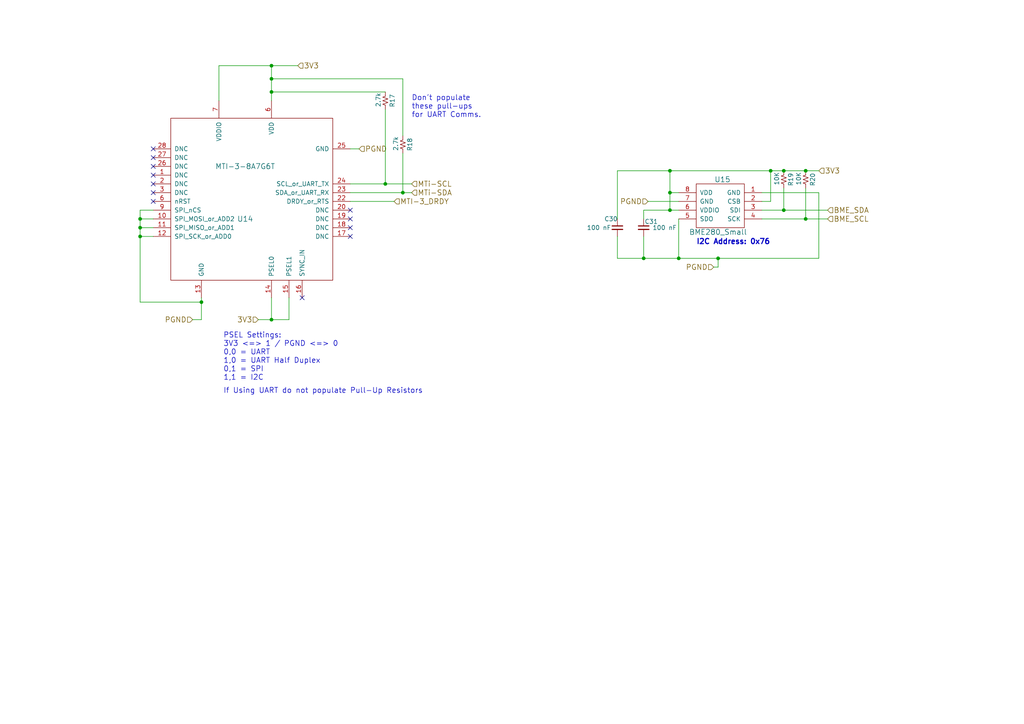
<source format=kicad_sch>
(kicad_sch (version 20230121) (generator eeschema)
  (paper "A4")
  (lib_symbols
    (symbol "SPC-UW-MOD1-rescue:BME280_Small" (pin_names (offset 1.016))
      (property "Reference" "U" (at 1.27 7.62 0))
      (property "Value" "BME280_Small" (at 0 -7.62 0))
      (symbol "BME280_Small_0_1"
        (rectangle (start -6.35 6.35) (end 7.62 -6.35))
      )
      (symbol "BME280_Small_1_1"
        (pin input line (at 12.7 3.81 180) (length 5.08) (name "GND") (number "1"))
        (pin input line (at 12.7 1.27 180) (length 5.08) (name "CSB") (number "2"))
        (pin input line (at 12.7 -1.27 180) (length 5.08) (name "SDI") (number "3"))
        (pin input line (at 12.7 -3.81 180) (length 5.08) (name "SCK") (number "4"))
        (pin input line (at -11.43 -3.81 0) (length 5.08) (name "SDO") (number "5"))
        (pin input line (at -11.43 -1.27 0) (length 5.08) (name "VDDIO") (number "6"))
        (pin input line (at -11.43 1.27 0) (length 5.08) (name "GND") (number "7"))
        (pin input line (at -11.43 3.81 0) (length 5.08) (name "VDD") (number "8"))
      )
    )
    (symbol "SPC-UW-MOD1-rescue:C_Small" (pin_numbers hide) (pin_names (offset 0.254) hide)
      (property "Reference" "C" (at 0.254 1.778 0))
      (property "Value" "C_Small" (at 0.254 -2.032 0))
      (symbol "C_Small_0_1"
        (polyline (pts (xy -1.524 -0.508) (xy 1.524 -0.508)) (stroke (width 0.3302)))
        (polyline (pts (xy -1.524 0.508) (xy 1.524 0.508)) (stroke (width 0.3048)))
      )
      (symbol "C_Small_1_1"
        (pin passive line (at 0 2.54 270) (length 2.032) (name "~") (number "1"))
        (pin passive line (at 0 -2.54 90) (length 2.032) (name "~") (number "2"))
      )
    )
    (symbol "SPC-UW-MOD1-rescue:MTI-3-8A7G6T" (pin_names (offset 1.016))
      (property "Reference" "U" (at 2.54 8.89 0))
      (property "Value" "MTI-3-8A7G6T" (at 2.54 11.43 0))
      (symbol "MTI-3-8A7G6T_0_1"
        (rectangle (start -21.59 22.86) (end 25.4 -24.13))
      )
      (symbol "MTI-3-8A7G6T_1_1"
        (pin input line (at -26.67 6.35 0) (length 5.08) (name "DNC") (number "1"))
        (pin input line (at -26.67 -6.35 0) (length 5.08) (name "SPI_MOSI_or_ADD2") (number "10"))
        (pin input line (at -26.67 -8.89 0) (length 5.08) (name "SPI_MISO_or_ADD1") (number "11"))
        (pin input line (at -26.67 -11.43 0) (length 5.08) (name "SPI_SCK_or_ADD0") (number "12"))
        (pin input line (at -12.7 -29.21 90) (length 5.08) (name "GND") (number "13"))
        (pin input line (at 7.62 -29.21 90) (length 5.08) (name "PSEL0") (number "14"))
        (pin input line (at 12.7 -29.21 90) (length 5.08) (name "PSEL1") (number "15"))
        (pin input line (at 16.51 -29.21 90) (length 5.08) (name "SYNC_IN") (number "16"))
        (pin input line (at 30.48 -11.43 180) (length 5.08) (name "DNC") (number "17"))
        (pin input line (at 30.48 -8.89 180) (length 5.08) (name "DNC") (number "18"))
        (pin input line (at 30.48 -6.35 180) (length 5.08) (name "DNC") (number "19"))
        (pin input line (at -26.67 3.81 0) (length 5.08) (name "DNC") (number "2"))
        (pin input line (at 30.48 -3.81 180) (length 5.08) (name "DNC") (number "20"))
        (pin input line (at 30.48 -1.27 180) (length 5.08) (name "DRDY_or_RTS") (number "22"))
        (pin input line (at 30.48 1.27 180) (length 5.08) (name "SDA_or_UART_RX") (number "23"))
        (pin input line (at 30.48 3.81 180) (length 5.08) (name "SCL_or_UART_TX") (number "24"))
        (pin input line (at 30.48 13.97 180) (length 5.08) (name "GND") (number "25"))
        (pin input line (at -26.67 8.89 0) (length 5.08) (name "DNC") (number "26"))
        (pin input line (at -26.67 11.43 0) (length 5.08) (name "DNC") (number "27"))
        (pin input line (at -26.67 13.97 0) (length 5.08) (name "DNC") (number "28"))
        (pin input line (at -26.67 1.27 0) (length 5.08) (name "DNC") (number "3"))
        (pin input line (at 7.62 27.94 270) (length 5.08) (name "VDD") (number "6"))
        (pin input line (at -26.67 -1.27 0) (length 5.08) (name "nRST") (number "6"))
        (pin input line (at -7.62 27.94 270) (length 5.08) (name "VDDIO") (number "7"))
        (pin input line (at -26.67 -3.81 0) (length 5.08) (name "SPI_nCS") (number "9"))
      )
    )
    (symbol "SPC-UW-MOD1-rescue:Resistor_small" (pin_numbers hide) (pin_names (offset 0))
      (property "Reference" "R" (at 2.032 0 90))
      (property "Value" "Resistor_small" (at -2.032 0.254 90))
      (symbol "Resistor_small_0_1"
        (polyline (pts (xy 0 1.27) (xy -0.762 1.016) (xy 0.762 0.508) (xy -0.762 0) (xy 0.762 -0.508) (xy -0.762 -1.016) (xy 0 -1.27)))
      )
      (symbol "Resistor_small_1_1"
        (pin passive line (at 0 2.54 270) (length 1.27) (name "~") (number "1"))
        (pin passive line (at 0 -2.54 90) (length 1.27) (name "~") (number "2"))
      )
    )
  )
  (junction (at 194.31 60.96))
  (junction (at 194.31 55.88))
  (junction (at 40.64 66.04))
  (junction (at 223.52 49.53))
  (junction (at 208.28 74.93))
  (junction (at 78.74 26.67))
  (junction (at 78.74 22.86))
  (junction (at 227.33 60.96))
  (junction (at 186.69 74.93))
  (junction (at 233.68 49.53))
  (junction (at 111.76 53.34))
  (junction (at 194.31 49.53))
  (junction (at 78.74 19.05))
  (junction (at 196.85 74.93))
  (junction (at 227.33 49.53))
  (junction (at 78.74 92.71))
  (junction (at 40.64 68.58))
  (junction (at 40.64 63.5))
  (junction (at 116.84 55.88))
  (junction (at 233.68 63.5))
  (junction (at 58.42 87.63))
  (no_connect (at 44.45 58.42))
  (no_connect (at 44.45 50.8))
  (no_connect (at 44.45 48.26))
  (no_connect (at 101.6 68.58))
  (no_connect (at 44.45 55.88))
  (no_connect (at 87.63 86.36))
  (no_connect (at 101.6 66.04))
  (no_connect (at 44.45 45.72))
  (no_connect (at 44.45 43.18))
  (no_connect (at 101.6 60.96))
  (no_connect (at 101.6 63.5))
  (no_connect (at 44.45 53.34))
  (wire (pts (xy 78.74 19.05) (xy 78.74 22.86)))
  (wire (pts (xy 179.07 74.93) (xy 186.69 74.93)))
  (wire (pts (xy 101.6 53.34) (xy 111.76 53.34)))
  (wire (pts (xy 111.76 26.67) (xy 78.74 26.67)))
  (wire (pts (xy 208.28 74.93) (xy 237.49 74.93)))
  (wire (pts (xy 223.52 58.42) (xy 223.52 49.53)))
  (wire (pts (xy 233.68 63.5) (xy 240.03 63.5)))
  (wire (pts (xy 227.33 49.53) (xy 233.68 49.53)))
  (wire (pts (xy 83.82 92.71) (xy 83.82 86.36)))
  (wire (pts (xy 179.07 49.53) (xy 179.07 63.5)))
  (wire (pts (xy 58.42 92.71) (xy 55.88 92.71)))
  (wire (pts (xy 63.5 19.05) (xy 63.5 29.21)))
  (wire (pts (xy 58.42 87.63) (xy 58.42 92.71)))
  (wire (pts (xy 196.85 74.93) (xy 208.28 74.93)))
  (wire (pts (xy 194.31 49.53) (xy 223.52 49.53)))
  (wire (pts (xy 208.28 77.47) (xy 208.28 74.93)))
  (wire (pts (xy 78.74 92.71) (xy 83.82 92.71)))
  (wire (pts (xy 111.76 31.75) (xy 111.76 53.34)))
  (wire (pts (xy 237.49 55.88) (xy 220.98 55.88)))
  (wire (pts (xy 207.01 77.47) (xy 208.28 77.47)))
  (wire (pts (xy 114.3 58.42) (xy 101.6 58.42)))
  (wire (pts (xy 237.49 74.93) (xy 237.49 55.88)))
  (wire (pts (xy 194.31 49.53) (xy 194.31 55.88)))
  (wire (pts (xy 179.07 49.53) (xy 194.31 49.53)))
  (wire (pts (xy 186.69 74.93) (xy 196.85 74.93)))
  (wire (pts (xy 78.74 19.05) (xy 86.36 19.05)))
  (wire (pts (xy 233.68 49.53) (xy 237.49 49.53)))
  (wire (pts (xy 220.98 63.5) (xy 233.68 63.5)))
  (wire (pts (xy 78.74 86.36) (xy 78.74 92.71)))
  (wire (pts (xy 196.85 55.88) (xy 194.31 55.88)))
  (wire (pts (xy 40.64 63.5) (xy 40.64 66.04)))
  (wire (pts (xy 116.84 22.86) (xy 78.74 22.86)))
  (wire (pts (xy 44.45 63.5) (xy 40.64 63.5)))
  (wire (pts (xy 194.31 60.96) (xy 196.85 60.96)))
  (wire (pts (xy 179.07 74.93) (xy 179.07 68.58)))
  (wire (pts (xy 78.74 26.67) (xy 78.74 29.21)))
  (wire (pts (xy 227.33 60.96) (xy 240.03 60.96)))
  (wire (pts (xy 186.69 68.58) (xy 186.69 74.93)))
  (wire (pts (xy 111.76 53.34) (xy 119.38 53.34)))
  (wire (pts (xy 119.38 55.88) (xy 116.84 55.88)))
  (wire (pts (xy 40.64 66.04) (xy 40.64 68.58)))
  (wire (pts (xy 116.84 39.37) (xy 116.84 22.86)))
  (wire (pts (xy 44.45 60.96) (xy 40.64 60.96)))
  (wire (pts (xy 40.64 68.58) (xy 44.45 68.58)))
  (wire (pts (xy 78.74 22.86) (xy 78.74 26.67)))
  (wire (pts (xy 194.31 55.88) (xy 194.31 60.96)))
  (wire (pts (xy 40.64 68.58) (xy 40.64 87.63)))
  (wire (pts (xy 40.64 66.04) (xy 44.45 66.04)))
  (wire (pts (xy 227.33 54.61) (xy 227.33 60.96)))
  (wire (pts (xy 101.6 43.18) (xy 104.14 43.18)))
  (wire (pts (xy 116.84 44.45) (xy 116.84 55.88)))
  (wire (pts (xy 63.5 19.05) (xy 78.74 19.05)))
  (wire (pts (xy 58.42 86.36) (xy 58.42 87.63)))
  (wire (pts (xy 196.85 58.42) (xy 187.96 58.42)))
  (wire (pts (xy 186.69 60.96) (xy 194.31 60.96)))
  (wire (pts (xy 40.64 60.96) (xy 40.64 63.5)))
  (wire (pts (xy 220.98 58.42) (xy 223.52 58.42)))
  (wire (pts (xy 116.84 55.88) (xy 101.6 55.88)))
  (wire (pts (xy 74.93 92.71) (xy 78.74 92.71)))
  (wire (pts (xy 223.52 49.53) (xy 227.33 49.53)))
  (wire (pts (xy 186.69 60.96) (xy 186.69 63.5)))
  (wire (pts (xy 40.64 87.63) (xy 58.42 87.63)))
  (wire (pts (xy 233.68 54.61) (xy 233.68 63.5)))
  (wire (pts (xy 196.85 63.5) (xy 196.85 74.93)))
  (wire (pts (xy 220.98 60.96) (xy 227.33 60.96)))
  (text "If Using UART do not populate Pull-Up Resistors\n" (at 64.77 114.3 0) (effects (font (size 1.524 1.524)) (justify left bottom)))
  (text "I2C Address: 0x76" (at 201.93 71.12 0) (effects (font (size 1.524 1.524) (thickness 0.3048) bold) (justify left bottom)))
  (text "Don't populate \nthese pull-ups \nfor UART Comms." (at 119.38 34.29 0) (effects (font (size 1.524 1.524)) (justify left bottom)))
  (text "PSEL Settings:\n3V3 <=> 1 / PGND <=> 0\n0,0 = UART\n1,0 = UART Half Duplex\n0,1 = SPI\n1,1 = I2C\n" (at 64.77 110.49 0) (effects (font (size 1.524 1.524)) (justify left bottom)))
  (hierarchical_label "MTi-SDA" (shape input) (at 119.38 55.88 0) (effects (font (size 1.524 1.524))))
  (hierarchical_label "MTI-3_DRDY" (shape input) (at 114.3 58.42 0) (effects (font (size 1.524 1.524))))
  (hierarchical_label "3V3" (shape input) (at 74.93 92.71 180) (effects (font (size 1.524 1.524))))
  (hierarchical_label "3V3" (shape input) (at 237.49 49.53 0) (effects (font (size 1.524 1.524))))
  (hierarchical_label "PGND" (shape input) (at 55.88 92.71 180) (effects (font (size 1.524 1.524))))
  (hierarchical_label "PGND" (shape input) (at 187.96 58.42 180) (effects (font (size 1.524 1.524))))
  (hierarchical_label "MTi-SCL" (shape input) (at 119.38 53.34 0) (effects (font (size 1.524 1.524))))
  (hierarchical_label "PGND" (shape input) (at 207.01 77.47 180) (effects (font (size 1.524 1.524))))
  (hierarchical_label "PGND" (shape input) (at 104.14 43.18 0) (effects (font (size 1.524 1.524))))
  (hierarchical_label "3V3" (shape input) (at 86.36 19.05 0) (effects (font (size 1.524 1.524))))
  (hierarchical_label "BME_SCL" (shape input) (at 240.03 63.5 0) (effects (font (size 1.524 1.524))))
  (hierarchical_label "BME_SDA" (shape input) (at 240.03 60.96 0) (effects (font (size 1.524 1.524))))
  (symbol (lib_id "SPC-UW-MOD1-rescue:C_Small") (at 186.69 66.04 0) (unit 1)
    (property "Reference" "C31" (at 186.944 64.262 0) (effects (justify left)))
    (property "Value" "100 nF" (at 189.23 66.04 0) (effects (justify left)))
    (property "Footprint" "Capacitors_SMD:C_0603" (effects hide))
    (property "Datasheet" "http://www.digikey.com/product-detail/en/murata-electronics-north-america/GRM188R71H104KA93D/490-1519-1-ND/587854" (effects hide))
    (property "Part Number" "GRM188R71H104KA93D" (effects hide))
  )
  (symbol (lib_id "SPC-UW-MOD1-rescue:C_Small") (at 179.07 66.04 0) (unit 1)
    (property "Reference" "C30" (at 175.26 63.5 0) (effects (justify left)))
    (property "Value" "100 nF" (at 170.18 66.04 0) (effects (justify left)))
    (property "Footprint" "Capacitors_SMD:C_0603" (effects hide))
    (property "Datasheet" "http://www.digikey.com/product-detail/en/murata-electronics-north-america/GRM188R71H104KA93D/490-1519-1-ND/587854" (effects hide))
    (property "Part Number" "GRM188R71H104KA93D" (effects hide))
  )
  (symbol (lib_id "SPC-UW-MOD1-rescue:Resistor_small") (at 233.68 52.07 0) (unit 1)
    (property "Reference" "R20" (at 235.712 52.07 90))
    (property "Value" "10K" (at 231.648 51.816 90))
    (property "Footprint" "Resistors_SMD:R_0603" (effects hide))
    (property "Datasheet" "http://www.digikey.com/product-detail/en/vishay-beyschlag/MCT06030C1002FP500/MCT0603-10.0K-CFCT-ND/2607933" (effects hide))
  )
  (symbol (lib_id "SPC-UW-MOD1-rescue:Resistor_small") (at 227.33 52.07 0) (unit 1)
    (property "Reference" "R19" (at 229.362 52.07 90))
    (property "Value" "10K" (at 225.298 51.816 90))
    (property "Footprint" "Resistors_SMD:R_0603" (effects hide))
    (property "Datasheet" "http://www.digikey.com/product-detail/en/vishay-beyschlag/MCT06030C1002FP500/MCT0603-10.0K-CFCT-ND/2607933" (effects hide))
  )
  (symbol (lib_id "SPC-UW-MOD1-rescue:MTI-3-8A7G6T") (at 71.12 57.15 0) (unit 1)
    (property "Reference" "U14" (at 71.12 63.5 0) (effects (font (size 1.524 1.524))))
    (property "Value" "MTI-3-8A7G6T" (at 71.12 48.26 0) (effects (font (size 1.524 1.524))))
    (property "Footprint" "w_smd_plcc:PLCC28" (effects hide))
  )
  (symbol (lib_id "SPC-UW-MOD1-rescue:BME280_Small") (at 208.28 59.69 0) (unit 1)
    (property "Reference" "U15" (at 209.55 52.07 0) (effects (font (size 1.524 1.524))))
    (property "Value" "BME280_Small" (at 208.28 67.31 0) (effects (font (size 1.524 1.524))))
    (property "Footprint" "SPIC_modules:BME280" (effects hide))
  )
  (symbol (lib_id "SPC-UW-MOD1-rescue:Resistor_small") (at 116.84 41.91 0) (unit 1)
    (property "Reference" "R18" (at 118.872 41.91 90))
    (property "Value" "2.7k" (at 114.808 41.656 90))
    (property "Footprint" "Resistors_SMD:R_0603" (effects hide))
    (property "Datasheet" "http://www.digikey.com/product-detail/en/vishay-dale/CRCW06032K70FKEAHP/541-2.70KSCT-ND/3533454" (effects hide))
    (property "Part Number" "CRCW06032K70FKEAHP" (effects hide))
  )
  (symbol (lib_id "SPC-UW-MOD1-rescue:Resistor_small") (at 111.76 29.21 0) (unit 1)
    (property "Reference" "R17" (at 113.792 29.21 90))
    (property "Value" "2.7k" (at 109.728 28.956 90))
    (property "Footprint" "Resistors_SMD:R_0603" (effects hide))
    (property "Datasheet" "http://www.digikey.com/product-detail/en/vishay-dale/CRCW06032K70FKEAHP/541-2.70KSCT-ND/3533454" (effects hide))
    (property "Part Number" "CRCW06032K70FKEAHP" (effects hide))
  )
)
</source>
